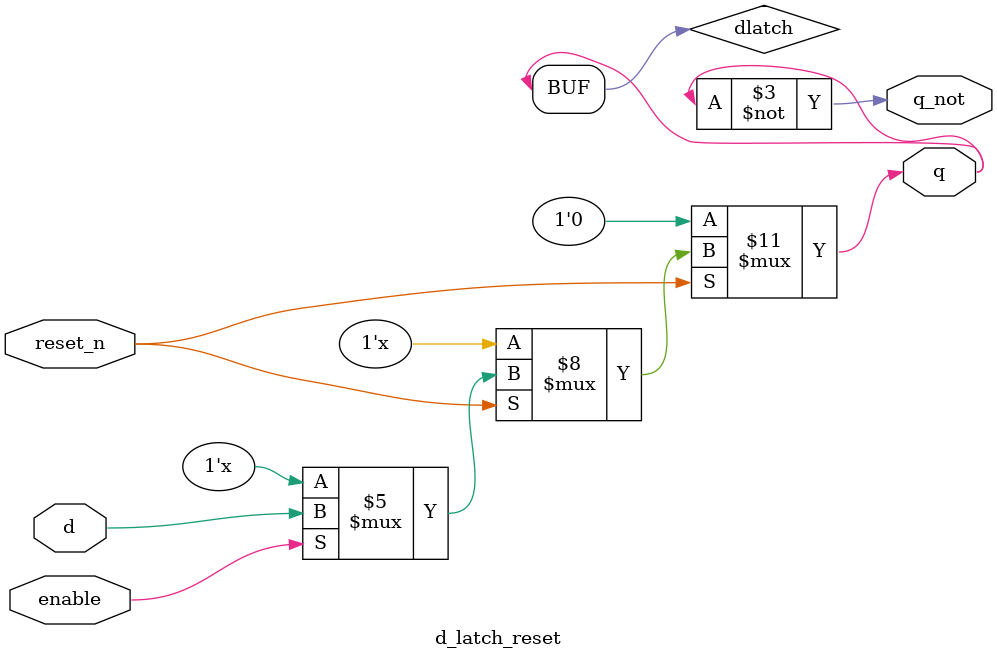
<source format=v>
module d_latch_reset (
    input d,
    input enable,
    input reset_n,
    output q,
    output q_not
);

    reg dlatch;

    always @(enable or d or reset_n) begin
        if (!reset_n) begin
            dlatch = 1'b0 ;
        end else if (enable) begin
            dlatch = d ;
        end
    end

    assign q = dlatch ;
    assign q_not = ~q ;
    
endmodule
</source>
